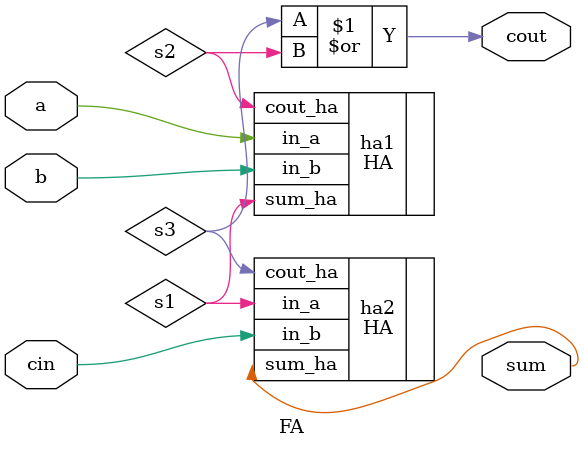
<source format=v>
`timescale 1ns / 1ps


module FA(
    input a,
    input b,
    input cin,
    output sum,
    output cout
    );
    wire s1,s2,s3;
    
    HA ha1 (.in_a(a),.in_b(b),.sum_ha(s1),.cout_ha(s2));
    HA ha2 (.in_a(s1),.in_b(cin),.sum_ha(sum),.cout_ha(s3));
    assign cout = s3 | s2;
endmodule

</source>
